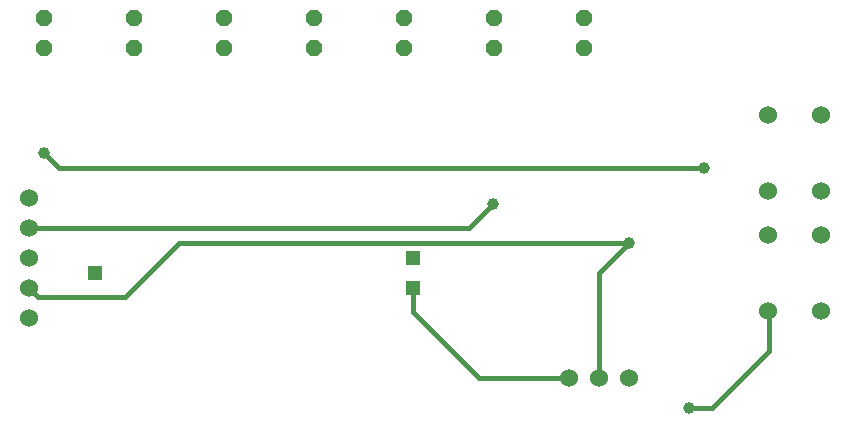
<source format=gbl>
G75*
G70*
%OFA0B0*%
%FSLAX24Y24*%
%IPPOS*%
%LPD*%
%AMOC8*
5,1,8,0,0,1.08239X$1,22.5*
%
%ADD10C,0.0600*%
%ADD11OC8,0.0520*%
%ADD12R,0.0515X0.0515*%
%ADD13C,0.0396*%
%ADD14C,0.0160*%
D10*
X001494Y003601D03*
X001494Y004601D03*
X001494Y005601D03*
X001494Y006601D03*
X001494Y007601D03*
X019494Y001601D03*
X020494Y001601D03*
X021494Y001601D03*
X026104Y003821D03*
X027884Y003821D03*
X027884Y006381D03*
X026104Y006381D03*
X026104Y007821D03*
X027884Y007821D03*
X027884Y010381D03*
X026104Y010381D03*
D11*
X019994Y012601D03*
X019994Y013601D03*
X016994Y013601D03*
X016994Y012601D03*
X013994Y012601D03*
X013994Y013601D03*
X010994Y013601D03*
X010994Y012601D03*
X007994Y012601D03*
X007994Y013601D03*
X004994Y013601D03*
X004994Y012601D03*
X001994Y012601D03*
X001994Y013601D03*
D12*
X014289Y005593D03*
X014289Y004609D03*
X003699Y005101D03*
D13*
X001994Y009101D03*
X016944Y007401D03*
X021494Y006101D03*
X023994Y008601D03*
X023494Y000601D03*
D14*
X024244Y000601D01*
X026144Y002501D01*
X026144Y003781D01*
X026104Y003821D01*
X021494Y006101D02*
X006494Y006101D01*
X004694Y004301D01*
X001794Y004301D01*
X001494Y004601D01*
X001494Y006601D02*
X016144Y006601D01*
X016944Y007401D01*
X020494Y005101D02*
X021494Y006101D01*
X020494Y005101D02*
X020494Y001601D01*
X019494Y001601D02*
X016494Y001601D01*
X014289Y003806D01*
X014289Y004609D01*
X023994Y008601D02*
X002494Y008601D01*
X001994Y009101D01*
M02*

</source>
